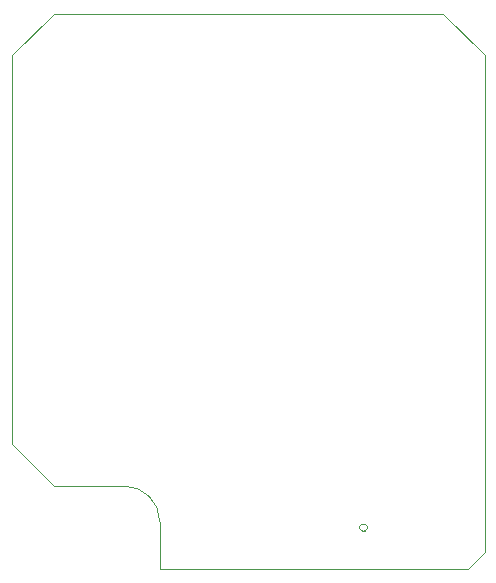
<source format=gbr>
G04 #@! TF.GenerationSoftware,KiCad,Pcbnew,6.0.5-a6ca702e91~116~ubuntu22.04.1*
G04 #@! TF.CreationDate,2022-05-26T03:12:16+02:00*
G04 #@! TF.ProjectId,driver-board,64726976-6572-42d6-926f-6172642e6b69,6f3dba0*
G04 #@! TF.SameCoordinates,Original*
G04 #@! TF.FileFunction,Profile,NP*
%FSLAX46Y46*%
G04 Gerber Fmt 4.6, Leading zero omitted, Abs format (unit mm)*
G04 Created by KiCad (PCBNEW 6.0.5-a6ca702e91~116~ubuntu22.04.1) date 2022-05-26 03:12:16*
%MOMM*%
%LPD*%
G01*
G04 APERTURE LIST*
G04 #@! TA.AperFunction,Profile*
%ADD10C,0.050000*%
G04 #@! TD*
G04 #@! TA.AperFunction,Profile*
%ADD11C,0.100000*%
G04 #@! TD*
G04 APERTURE END LIST*
D10*
X42500000Y-73000000D02*
G75*
G03*
X39500000Y-70000000I-3000000J0D01*
G01*
X33536000Y-30000000D02*
X66464000Y-30000000D01*
X42500000Y-73000000D02*
X42500000Y-77000000D01*
X42500000Y-77000000D02*
X68586000Y-77000000D01*
X70000000Y-33536000D02*
X70000000Y-75586000D01*
X30000000Y-33536000D02*
X30000000Y-66464000D01*
X30000000Y-33536000D02*
X33536000Y-30000000D01*
X33536000Y-70000000D02*
X39500000Y-70000000D01*
X66464000Y-30000000D02*
X70000000Y-33536000D01*
X68586000Y-77000000D02*
X70000000Y-75586000D01*
X30000000Y-66464000D02*
X33536000Y-70000000D01*
D11*
X59850000Y-73240000D02*
X59650000Y-73240000D01*
X59650000Y-73760000D02*
X59850000Y-73760000D01*
X59650000Y-73240000D02*
G75*
G03*
X59390000Y-73500000I0J-260000D01*
G01*
X60110000Y-73500000D02*
G75*
G03*
X59850000Y-73240000I-260000J0D01*
G01*
X59390000Y-73500000D02*
G75*
G03*
X59650000Y-73760000I260000J0D01*
G01*
X59850000Y-73760000D02*
G75*
G03*
X60110000Y-73500000I0J260000D01*
G01*
M02*

</source>
